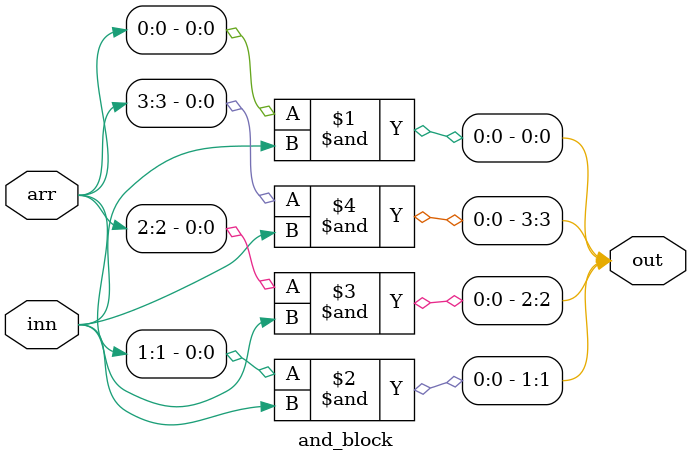
<source format=v>
`timescale 1ns / 1ps
module fa(innA,innB,carry_in,sum,carry_out);
    input innA,innB,carry_in;
    output sum,carry_out;
    
    assign {carry_out,sum}=innA+innB+carry_in;
endmodule

module adder_block(vertical_inn,horizontal_inn,carry_in,sum,carry_out);
    parameter size=4;
    input[size-2:0] vertical_inn;
    input[size-2:0] horizontal_inn;
    input [size-2:0] carry_in;
    output[size-2:0] sum;
    output[size-2:0] carry_out;
    
    genvar i;
    
    generate for(i=0;i<size-1;i=i+1)
        begin:full_adder
            fa full_add(vertical_inn[i],horizontal_inn[i],carry_in[i],sum[i],carry_out[i]);    
        end
   endgenerate
endmodule       
    


//endmodule

//block_tested
module nand_block(arr,inn,out);
    parameter size=4;
    input[size-1:0] arr;
    input inn;
    output[size-1:0] out;
    genvar i;
    generate for(i=0;i<size;i=i+1)
    begin:bit
        assign out[i]=~(arr[i]&inn);
    end
    endgenerate       
endmodule

//block_tested
module and_block(arr,inn,out);
    parameter size=4;
    input[size-1:0] arr;
    input inn;
    output [size-1:0] out;
    genvar i;
    generate for(i=0;i<size;i=i+1)
    begin:bit
        assign out[i]=arr[i]&inn;
    end
    endgenerate       
endmodule
    
//module woogh_boogly(input1,input2,product);
//    parameter size=4;
//    input[size-1:0] input1,input2;
//    output[size-1:0] product;
    
//endmodule

</source>
